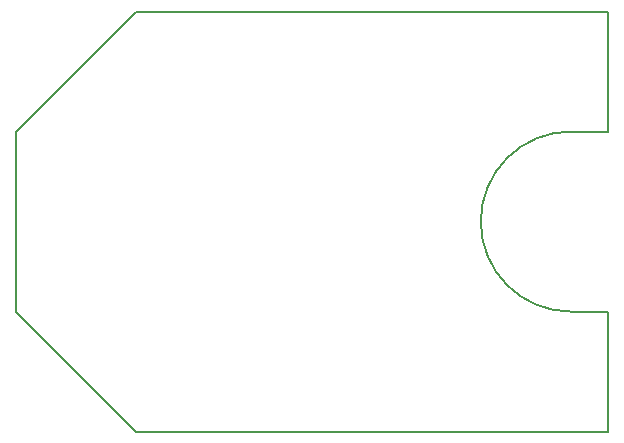
<source format=gbr>
G04 #@! TF.FileFunction,Profile,NP*
%FSLAX46Y46*%
G04 Gerber Fmt 4.6, Leading zero omitted, Abs format (unit mm)*
G04 Created by KiCad (PCBNEW 4.0.2-stable) date 2016-11-20 00:38:07*
%MOMM*%
G01*
G04 APERTURE LIST*
%ADD10C,0.100000*%
%ADD11C,0.150000*%
G04 APERTURE END LIST*
D10*
D11*
X185420000Y-125730000D02*
X188595000Y-125730000D01*
X188595000Y-110490000D02*
X185420000Y-110490000D01*
X185420000Y-110490000D02*
G75*
G03X177800000Y-118110000I0J-7620000D01*
G01*
X138430000Y-125730000D02*
X138430000Y-124460000D01*
X148590000Y-135890000D02*
X138430000Y-125730000D01*
X149860000Y-135890000D02*
X148590000Y-135890000D01*
X149860000Y-135890000D02*
X188595000Y-135890000D01*
X148590000Y-100330000D02*
X188595000Y-100330000D01*
X138430000Y-110490000D02*
X148590000Y-100330000D01*
X177800000Y-118110000D02*
G75*
G03X185420000Y-125730000I7620000J0D01*
G01*
X138430000Y-124460000D02*
X138430000Y-113030000D01*
X188595000Y-125730000D02*
X188595000Y-135890000D01*
X188595000Y-100330000D02*
X188595000Y-110490000D01*
X138430000Y-113030000D02*
X138430000Y-110490000D01*
M02*

</source>
